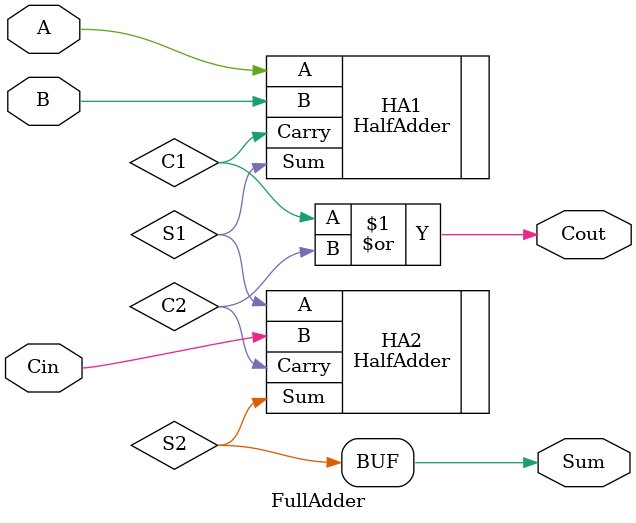
<source format=v>
module FullAdder(input A, input B, input Cin, output Sum, output Cout);
    wire S1, S2, C1, C2;

    HalfAdder HA1 (.A(A), .B(B), .Sum(S1), .Carry(C1));
    HalfAdder HA2 (.A(S1), .B(Cin), .Sum(S2), .Carry(C2));
    assign Sum = S2;
    assign Cout = C1 | C2;
endmodule

</source>
